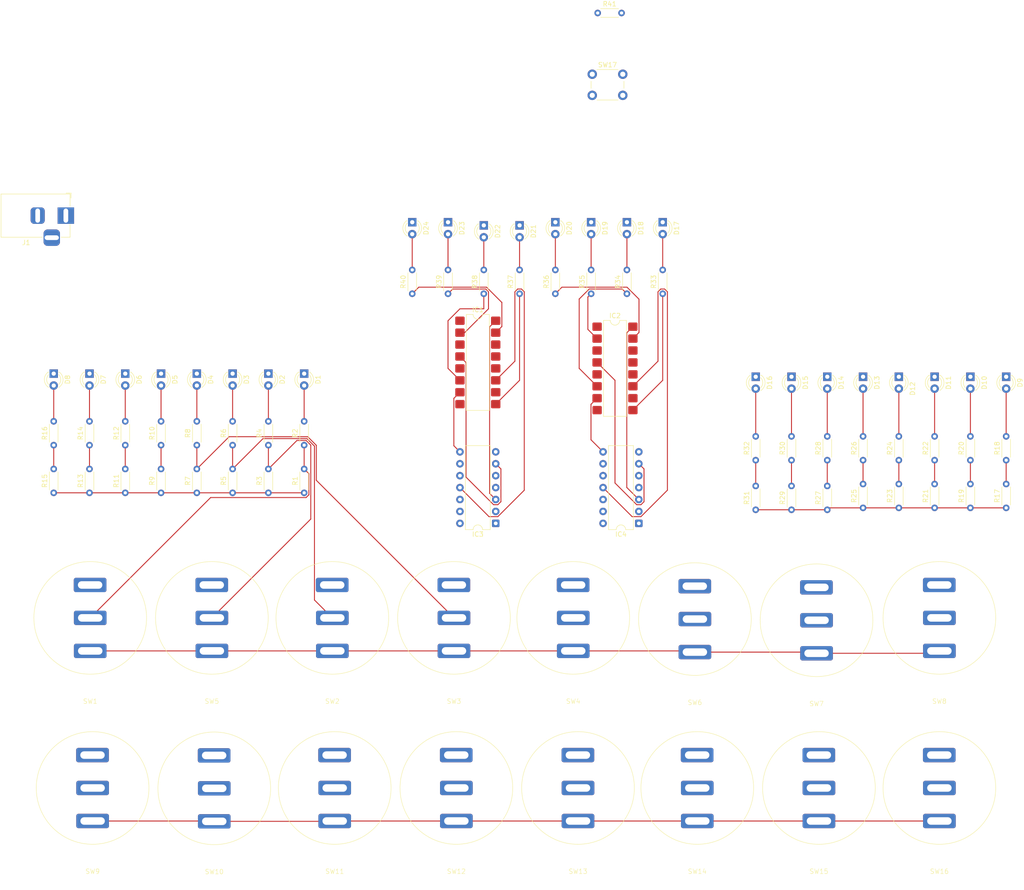
<source format=kicad_pcb>
(kicad_pcb (version 20241229) (generator "pcbnew") (generator_version "9.0")
  (layers (0 "F.Cu" signal) (2 "B.Cu" signal) (13 "F.Paste" user) (15 "B.Paste" user) (5 "F.SilkS" user "F.Silkscreen") (7 "B.SilkS" user "B.Silkscreen") (1 "F.Mask" user) (3 "B.Mask" user) (25 "Edge.Cuts" user))
  (net 0 "")
  (net 1 "GND")
  (net 2 "Net-(D1-A)")
  (net 3 "Net-(D2-A)")
  (net 4 "Net-(D3-A)")
  (net 5 "Net-(D4-A)")
  (net 6 "Net-(D5-A)")
  (net 7 "Net-(D6-A)")
  (net 8 "Net-(D7-A)")
  (net 9 "Net-(D8-A)")
  (net 10 "Net-(D9-A)")
  (net 11 "Net-(D10-A)")
  (net 12 "Net-(D11-A)")
  (net 13 "Net-(D12-A)")
  (net 14 "Net-(D13-A)")
  (net 15 "Net-(D14-A)")
  (net 16 "Net-(D15-A)")
  (net 17 "Net-(D16-A)")
  (net 18 "Net-(D17-A)")
  (net 19 "Net-(D18-A)")
  (net 20 "Net-(D19-A)")
  (net 21 "Net-(D20-A)")
  (net 22 "Net-(D21-A)")
  (net 23 "Net-(D22-A)")
  (net 24 "Net-(D23-A)")
  (net 25 "Net-(D24-A)")
  (net 26 "/A6")
  (net 27 "Net-(IC1-B1)")
  (net 28 "/S4")
  (net 29 "/S5")
  (net 30 "/VCC")
  (net 31 "Net-(IC1-C0)")
  (net 32 "/A5")
  (net 33 "Net-(IC1-B4)")
  (net 35 "/S6")
  (net 36 "Net-(IC1-B2)")
  (net 37 "/S7")
  (net 38 "/A4")
  (net 39 "/A7")
  (net 40 "Net-(IC1-B3)")
  (net 41 "/A3")
  (net 42 "/S2")
  (net 43 "Net-(IC2-B4)")
  (net 44 "Net-(IC2-B1)")
  (net 45 "/A0")
  (net 46 "/A1")
  (net 47 "/S0")
  (net 48 "Net-(IC2-B3)")
  (net 49 "/S1")
  (net 50 "/S3")
  (net 51 "/A2")
  (net 52 "Net-(IC2-B2)")
  (net 53 "/SUB")
  (net 54 "/B5")
  (net 55 "/B7")
  (net 56 "/B6")
  (net 57 "/B4")
  (net 58 "/B3")
  (net 59 "/B1")
  (net 60 "/B2")
  (net 61 "/B0")
  (footprint "Resistor_THT:R_Axial_DIN0204_L3.6mm_D1.6mm_P5.08mm_Horizontal" (layer "F.Cu") (at 123.952 66.132 90)
    (property "Reference" "R37")
    (property "Value" "1k")
  )
  (footprint "Resistor_THT:R_Axial_DIN0204_L3.6mm_D1.6mm_P5.08mm_Horizontal" (layer "F.Cu") (at 70.456 108.556 90)
    (property "Reference" "R3")
    (property "Value" "1K")
  )
  (footprint "Resistor_THT:R_Axial_DIN0204_L3.6mm_D1.6mm_P5.08mm_Horizontal" (layer "F.Cu") (at 227.584 111.76 90)
    (property "Reference" "R17")
    (property "Value" "1K")
  )
  (footprint "LED_THT:LED_D3.0mm" (layer "F.Cu") (at 181.864 83.82 -90)
    (property "Reference" "D15")
    (property "Value" "LED")
  )
  (footprint "Library:SWITCH" (layer "F.Cu") (at 187.198 135.7122)
    (property "Reference" "SW7")
    (property "Value" "SW_SPDT")
  )
  (footprint "LED_THT:LED_D3.0mm" (layer "F.Cu") (at 62.836 83.156 -90)
    (property "Reference" "D3")
    (property "Value" "LED")
  )
  (footprint "Library:SWITCH" (layer "F.Cu") (at 58.42 135.2042)
    (property "Reference" "SW5")
    (property "Value" "SW_SPDT")
  )
  (footprint "Resistor_THT:R_Axial_DIN0204_L3.6mm_D1.6mm_P5.08mm_Horizontal" (layer "F.Cu") (at 212.344 101.6 90)
    (property "Reference" "R22")
    (property "Value" "1K")
  )
  (footprint "Resistor_THT:R_Axial_DIN0204_L3.6mm_D1.6mm_P5.08mm_Horizontal" (layer "F.Cu") (at 197.104 111.76 90)
    (property "Reference" "R25")
    (property "Value" "1K")
  )
  (footprint "LED_THT:LED_D3.0mm" (layer "F.Cu") (at 174.244 83.82 -90)
    (property "Reference" "D16")
    (property "Value" "LED")
  )
  (footprint "LED_THT:LED_D3.0mm" (layer "F.Cu") (at 131.572 50.892 -90)
    (property "Reference" "D20")
    (property "Value" "LED")
  )
  (footprint "Resistor_THT:R_Axial_DIN0204_L3.6mm_D1.6mm_P5.08mm_Horizontal" (layer "F.Cu") (at 78.076 108.556 90)
    (property "Reference" "R1")
    (property "Value" "1K")
  )
  (footprint "LED_THT:LED_D3.0mm" (layer "F.Cu") (at 154.432 50.892 -90)
    (property "Reference" "D17")
    (property "Value" "LED")
  )
  (footprint "LED_THT:LED_D3.0mm" (layer "F.Cu") (at 24.736 83.156 -90)
    (property "Reference" "D8")
    (property "Value" "LED")
  )
  (footprint "Button_Switch_THT:SW_PUSH_6mm" (layer "F.Cu") (at 139.431 19.35605)
    (property "Reference" "SW17")
    (property "Value" "SW_Push")
  )
  (footprint "Package_DIP:DIP-14_W7.62mm" (layer "F.Cu") (at 149.352 115.062 180)
    (property "Reference" "IC4")
    (property "Value" "7486")
  )
  (footprint "Resistor_THT:R_Axial_DIN0204_L3.6mm_D1.6mm_P5.08mm_Horizontal" (layer "F.Cu") (at 116.332 66.132 90)
    (property "Reference" "R38")
    (property "Value" "1k")
  )
  (footprint "LED_THT:LED_D3.0mm" (layer "F.Cu") (at 101.092 50.892 -90)
    (property "Reference" "D24")
    (property "Value" "LED")
  )
  (footprint "Resistor_THT:R_Axial_DIN0204_L3.6mm_D1.6mm_P5.08mm_Horizontal" (layer "F.Cu") (at 146.812 66.132 90)
    (property "Reference" "R34")
    (property "Value" "1k")
  )
  (footprint "Resistor_THT:R_Axial_DIN0204_L3.6mm_D1.6mm_P5.08mm_Horizontal" (layer "F.Cu") (at 204.724 111.76 90)
    (property "Reference" "R23")
    (property "Value" "1K")
  )
  (footprint "Library:SWITCH" (layer "F.Cu") (at 33.02 171.45)
    (property "Reference" "SW9")
    (property "Value" "SW_SPDT")
  )
  (footprint "Package_DIP:SMDIP-16_W7.62mm" (layer "F.Cu") (at 144.272 82.042)
    (property "Reference" "IC2")
    (property "Value" "7483")
  )
  (footprint "Package_DIP:SMDIP-16_W7.62mm" (layer "F.Cu") (at 115.062 80.772)
    (property "Reference" "IC1")
    (property "Value" "7483")
  )
  (footprint "Resistor_THT:R_Axial_DIN0204_L3.6mm_D1.6mm_P5.08mm_Horizontal" (layer "F.Cu") (at 139.192 66.132 90)
    (property "Reference" "R35")
    (property "Value" "1k")
  )
  (footprint "LED_THT:LED_D3.0mm" (layer "F.Cu") (at 39.976 83.156 -90)
    (property "Reference" "D6")
    (property "Value" "LED")
  )
  (footprint "LED_THT:LED_D3.0mm" (layer "F.Cu") (at 70.456 83.156 -90)
    (property "Reference" "D2")
    (property "Value" "LED")
  )
  (footprint "Resistor_THT:R_Axial_DIN0204_L3.6mm_D1.6mm_P5.08mm_Horizontal" (layer "F.Cu") (at 140.591 6.30605)
    (property "Reference" "R41")
    (property "Value" "R")
  )
  (footprint "LED_THT:LED_D3.0mm" (layer "F.Cu") (at 219.964 83.82 -90)
    (property "Reference" "D10")
    (property "Value" "LED")
  )
  (footprint "Resistor_THT:R_Axial_DIN0204_L3.6mm_D1.6mm_P5.08mm_Horizontal" (layer "F.Cu") (at 197.104 101.6 90)
    (property "Reference" "R26")
    (property "Value" "1K")
  )
  (footprint "Resistor_THT:R_Axial_DIN0204_L3.6mm_D1.6mm_P5.08mm_Horizontal" (layer "F.Cu") (at 219.964 101.6 90)
    (property "Reference" "R20")
    (property "Value" "1K")
  )
  (footprint "Library:SWITCH" (layer "F.Cu") (at 32.512 135.2042)
    (property "Reference" "SW1")
    (property "Value" "SW_SPDT")
  )
  (footprint "LED_THT:LED_D3.0mm" (layer "F.Cu") (at 47.596 83.156 -90)
    (property "Reference" "D5")
    (property "Value" "LED")
  )
  (footprint "Library:SWITCH" (layer "F.Cu") (at 109.982 135.2042)
    (property "Reference" "SW3")
    (property "Value" "SW_SPDT")
  )
  (footprint "Library:SWITCH" (layer "F.Cu") (at 161.29 135.4582)
    (property "Reference" "SW6")
    (property "Value" "SW_SPDT")
  )
  (footprint "LED_THT:LED_D3.0mm" (layer "F.Cu") (at 212.344 83.82 -90)
    (property "Reference" "D11")
    (property "Value" "LED")
  )
  (footprint "Library:SWITCH" (layer "F.Cu") (at 58.928 171.5262)
    (property "Reference" "SW10")
    (property "Value" "SW_SPDT")
  )
  (footprint "LED_THT:LED_D3.0mm" (layer "F.Cu") (at 116.332 51.562 -90)
    (property "Reference" "D22")
    (property "Value" "LED")
  )
  (footprint "Resistor_THT:R_Axial_DIN0204_L3.6mm_D1.6mm_P5.08mm_Horizontal" (layer "F.Cu") (at 189.484 112.17 90)
    (property "Reference" "R27")
    (property "Value" "1K")
  )
  (footprint "Resistor_THT:R_Axial_DIN0204_L3.6mm_D1.6mm_P5.08mm_Horizontal" (layer "F.Cu") (at 227.584 101.6 90)
    (property "Reference" "R18")
    (property "Value" "1K")
  )
  (footprint "Library:SWITCH" (layer "F.Cu") (at 187.706 171.45)
    (property "Reference" "SW15")
    (property "Value" "SW_SPDT")
  )
  (footprint "Library:SWITCH" (layer "F.Cu") (at 135.382 135.2042)
    (property "Reference" "SW4")
    (property "Value" "SW_SPDT")
  )
  (footprint "LED_THT:LED_D3.0mm" (layer "F.Cu") (at 123.952 51.562 -90)
    (property "Reference" "D21")
    (property "Value" "LED")
  )
  (footprint "Resistor_THT:R_Axial_DIN0204_L3.6mm_D1.6mm_P5.08mm_Horizontal" (layer "F.Cu") (at 32.356 108.556 90)
    (property "Reference" "R13")
    (property "Value" "1K")
  )
  (footprint "Resistor_THT:R_Axial_DIN0204_L3.6mm_D1.6mm_P5.08mm_Horizontal" (layer "F.Cu") (at 181.864 101.6 90)
    (property "Reference" "R30")
    (property "Value" "1K")
  )
  (footprint "Resistor_THT:R_Axial_DIN0204_L3.6mm_D1.6mm_P5.08mm_Horizontal" (layer "F.Cu") (at 174.244 112.17 90)
    (property "Reference" "R31")
    (property "Value" "1K")
  )
  (footprint "Resistor_THT:R_Axial_DIN0204_L3.6mm_D1.6mm_P5.08mm_Horizontal" (layer "F.Cu") (at 181.864 112.17 90)
    (property "Reference" "R29")
    (property "Value" "1K")
  )
  (footprint "LED_THT:LED_D3.0mm" (layer "F.Cu") (at 108.712 50.892 -90)
    (property "Reference" "D23")
    (property "Value" "LED")
  )
  (footprint "Library:SWITCH" (layer "F.Cu") (at 213.36 171.45)
    (property "Reference" "SW16")
    (property "Value" "SW_SPDT")
  )
  (footprint "Resistor_THT:R_Axial_DIN0204_L3.6mm_D1.6mm_P5.08mm_Horizontal" (layer "F.Cu") (at 174.244 101.6 90)
    (property "Reference" "R32")
    (property "Value" "1K")
  )
  (footprint "Resistor_THT:R_Axial_DIN0204_L3.6mm_D1.6mm_P5.08mm_Horizontal" (layer "F.Cu") (at 212.344 111.76 90)
    (property "Reference" "R21")
    (property "Value" "1K")
  )
  (footprint "LED_THT:LED_D3.0mm" (layer "F.Cu") (at 189.484 83.82 -90)
    (property "Reference" "D14")
    (property "Value" "LED")
  )
  (footprint "Library:SWITCH" (layer "F.Cu") (at 110.49 171.45)
    (property "Reference" "SW12")
    (property "Value" "SW_SPDT")
  )
  (footprint "Resistor_THT:R_Axial_DIN0204_L3.6mm_D1.6mm_P5.08mm_Horizontal" (layer "F.Cu") (at 204.724 101.6 90)
    (property "Reference" "R24")
    (property "Value" "1K")
  )
  (footprint "Resistor_THT:R_Axial_DIN0204_L3.6mm_D1.6mm_P5.08mm_Horizontal" (layer "F.Cu") (at 131.572 66.132 90)
    (property "Reference" "R36")
    (property "Value" "1k")
  )
  (footprint "Library:SWITCH" (layer "F.Cu") (at 84.074 135.2042)
    (property "Reference" "SW2")
    (property "Value" "SW_SPDT")
  )
  (footprint "Library:SWITCH" (layer "F.Cu") (at 136.398 171.45)
    (property "Reference" "SW13")
    (property "Value" "SW_SPDT")
  )
  (footprint "Resistor_THT:R_Axial_DIN0204_L3.6mm_D1.6mm_P5.08mm_Horizontal" (layer "F.Cu") (at 219.964 111.76 90)
    (property "Reference" "R19")
    (property "Value" "1K")
  )
  (footprint "Resistor_THT:R_Axial_DIN0204_L3.6mm_D1.6mm_P5.08mm_Horizontal" (layer "F.Cu") (at 62.836 98.396 90)
    (property "Reference" "R6")
    (property "Value" "1K")
  )
  (footprint "Package_DIP:DIP-14_W7.62mm" (layer "F.Cu") (at 118.872 115.062 180)
    (property "Reference" "IC3")
    (property "Value" "7486")
  )
  (footprint "Connector_BarrelJack:BarrelJack_Horizontal" (layer "F.Cu") (at 27.321 49.48605)
    (property "Reference" "J1")
    (property "Value" "Barrel_Jack")
  )
  (footprint "Resistor_THT:R_Axial_DIN0204_L3.6mm_D1.6mm_P5.08mm_Horizontal" (layer "F.Cu") (at 154.432 66.132 90)
    (property "Reference" "R33")
    (property "Value" "1k")
  )
  (footprint "LED_THT:LED_D3.0mm" (layer "F.Cu") (at 197.104 83.82 -90)
    (property "Reference" "D13")
    (property "Value" "LED")
  )
  (footprint "Resistor_THT:R_Axial_DIN0204_L3.6mm_D1.6mm_P5.08mm_Horizontal" (layer "F.Cu") (at 24.736 108.556 90)
    (property "Reference" "R15")
    (property "Value" "1K")
  )
  (footprint "LED_THT:LED_D3.0mm" (layer "F.Cu") (at 55.216 83.156 -90)
    (property "Reference" "D4")
    (property "Value" "LED")
  )
  (footprint "Resistor_THT:R_Axial_DIN0204_L3.6mm_D1.6mm_P5.08mm_Horizontal" (layer "F.Cu") (at 108.712 66.132 90)
    (property "Reference" "R39")
    (property "Value" "1k")
  )
  (footprint "Library:SWITCH" (layer "F.Cu") (at 84.582 171.45)
    (property "Reference" "SW11")
    (property "Value" "SW_SPDT")
  )
  (footprint "LED_THT:LED_D3.0mm" (layer "F.Cu") (at 204.724 83.82 -90)
    (property "Reference" "D12")
    (property "Value" "LED")
  )
  (footprint "Library:SWITCH" (layer "F.Cu") (at 213.36 135.2042)
    (property "Reference" "SW8")
    (property "Value" "SW_SPDT")
  )
  (footprint "Resistor_THT:R_Axial_DIN0204_L3.6mm_D1.6mm_P5.08mm_Horizontal" (layer "F.Cu") (at 47.596 108.556 90)
    (property "Reference" "R9")
    (property "Value" "1K")
  )
  (footprint "Resistor_THT:R_Axial_DIN0204_L3.6mm_D1.6mm_P5.08mm_Horizontal" (layer "F.Cu") (at 39.976 108.556 90)
    (property "Reference" "R11")
    (property "Value" "1K")
  )
  (footprint "Resistor_THT:R_Axial_DIN0204_L3.6mm_D1.6mm_P5.08mm_Horizontal" (layer "F.Cu") (at 47.596 98.396 90)
    (property "Reference" "R10")
    (property "Value" "1K")
  )
  (footprint "Resistor_THT:R_Axial_DIN0204_L3.6mm_D1.6mm_P5.08mm_Horizontal" (layer "F.Cu") (at 24.736 98.396 90)
    (property "Reference" "R16")
    (property "Value" "1K")
  )
  (footprint "Resistor_THT:R_Axial_DIN0204_L3.6mm_D1.6mm_P5.08mm_Horizontal" (layer "F.Cu") (at 70.456 98.396 90)
    (property "Reference" "R4")
    (property "Value" "1K")
  )
  (footprint "Resistor_THT:R_Axial_DIN0204_L3.6mm_D1.6mm_P5.08mm_Horizontal" (layer "F.Cu") (at 39.976 98.396 90)
    (property "Reference" "R12")
    (property "Value" "1K")
  )
  (footprint "Resistor_THT:R_Axial_DIN0204_L3.6mm_D1.6mm_P5.08mm_Horizontal" (layer "F.Cu") (at 78.076 98.396 90)
    (property "Reference" "R2")
    (property "Value" "1K")
  )
  (footprint "LED_THT:LED_D3.0mm" (layer "F.Cu") (at 32.356 83.156 -90)
    (property "Reference" "D7")
    (property "Value" "LED")
  )
  (footprint "Resistor_THT:R_Axial_DIN0204_L3.6mm_D1.6mm_P5.08mm_Horizontal" (layer "F.Cu") (at 101.092 66.132 90)
    (property "Reference" "R40")
    (property "Value" "1k")
  )
  (footprint "Resistor_THT:R_Axial_DIN0204_L3.6mm_D1.6mm_P5.08mm_Horizontal" (layer "F.Cu") (at 32.356 98.396 90)
    (property "Reference" "R14")
    (property "Value" "1K")
  )
  (footprint "LED_THT:LED_D3.0mm" (layer "F.Cu") (at 139.192 50.892 -90)
    (property "Reference" "D19")
    (property "Value" "LED")
  )
  (footprint "Resistor_THT:R_Axial_DIN0204_L3.6mm_D1.6mm_P5.08mm_Horizontal" (layer "F.Cu") (at 55.216 108.556 90)
    (property "Reference" "R7")
    (property "Value" "1K")
  )
  (footprint "Resistor_THT:R_Axial_DIN0204_L3.6mm_D1.6mm_P5.08mm_Horizontal" (layer "F.Cu") (at 62.836 108.556 90)
    (property "Reference" "R5")
    (property "Value" "1K")
  )
  (footprint "Resistor_THT:R_Axial_DIN0204_L3.6mm_D1.6mm_P5.08mm_Horizontal" (layer "F.Cu") (at 55.216 98.396 90)
    (property "Reference" "R8")
    (property "Value" "1K")
  )
  (footprint "LED_THT:LED_D3.0mm" (layer "F.Cu") (at 146.812 50.892 -90)
    (property "Reference" "D18")
    (property "Value" "LED")
  )
  (footprint "LED_THT:LED_D3.0mm" (layer "F.Cu") (at 227.584 83.82 -90)
    (property "Reference" "D9")
    (property "Value" "LED")
  )
  (footprint "Resistor_THT:R_Axial_DIN0204_L3.6mm_D1.6mm_P5.08mm_Horizontal" (layer "F.Cu") (at 189.484 101.6 90)
    (property "Reference" "R28")
    (property "Value" "1K")
  )
  (footprint "LED_THT:LED_D3.0mm" (layer "F.Cu") (at 78.076 83.156 -90)
    (property "Reference" "D1")
    (property "Value" "LED")
  )
  (footprint "Library:SWITCH" (layer "F.Cu") (at 161.798 171.45)
    (property "Reference" "SW14")
    (property "Value" "SW_SPDT")
  )
  (segment (start 161.29 142.494) (end 186.944 142.494) (width 0.2) (layer "F.Cu") (net 1))
  (segment (start 84.582 178.4858) (end 110.49 178.4858) (width 0.2) (layer "F.Cu") (net 1))
  (segment (start 110.49 178.4858) (end 136.398 178.4858) (width 0.2) (layer "F.Cu") (net 1))
  (segment (start 136.398 178.4858) (end 161.798 178.4858) (width 0.2) (layer "F.Cu") (net 1))
  (segment (start 84.5058 178.562) (end 84.582 178.4858) (width 0.2) (layer "F.Cu") (net 1))
  (segment (start 161.798 178.4858) (end 187.706 178.4858) (width 0.2) (layer "F.Cu") (net 1))
  (segment (start 161.036 142.24) (end 161.29 142.494) (width 0.2) (layer "F.Cu") (net 1))
  (segment (start 186.944 142.494) (end 187.198 142.748) (width 0.2) (layer "F.Cu") (net 1))
  (segment (start 84.074 142.24) (end 109.982 142.24) (width 0.2) (layer "F.Cu") (net 1))
  (segment (start 212.852 142.748) (end 213.36 142.24) (width 0.2) (layer "F.Cu") (net 1))
  (segment (start 187.198 142.748) (end 212.852 142.748) (width 0.2) (layer "F.Cu") (net 1))
  (segment (start 32.512 142.24) (end 58.42 142.24) (width 0.2) (layer "F.Cu") (net 1))
  (segment (start 135.382 142.24) (end 161.036 142.24) (width 0.2) (layer "F.Cu") (net 1))
  (segment (start 109.982 142.24) (end 135.382 142.24) (width 0.2) (layer "F.Cu") (net 1))
  (segment (start 33.02 178.4858) (end 58.8518 178.4858) (width 0.2) (layer "F.Cu") (net 1))
  (segment (start 58.928 178.562) (end 84.5058 178.562) (width 0.2) (layer "F.Cu") (net 1))
  (segment (start 58.8518 178.4858) (end 58.928 178.562) (width 0.2) (layer "F.Cu") (net 1))
  (segment (start 187.706 178.4858) (end 213.36 178.4858) (width 0.2) (layer "F.Cu") (net 1))
  (segment (start 58.42 142.24) (end 84.074 142.24) (width 0.2) (layer "F.Cu") (net 1))
  (segment (start 78.076 93.316) (end 78.076 85.696) (width 0.2) (layer "F.Cu") (net 2))
  (segment (start 70.456 93.316) (end 70.456 85.696) (width 0.2) (layer "F.Cu") (net 3))
  (segment (start 62.836 93.316) (end 62.836 85.696) (width 0.2) (layer "F.Cu") (net 4))
  (segment (start 55.216 93.316) (end 55.216 85.696) (width 0.2) (layer "F.Cu") (net 5))
  (segment (start 47.596 93.316) (end 47.596 85.696) (width 0.2) (layer "F.Cu") (net 6))
  (segment (start 39.976 93.316) (end 39.976 85.696) (width 0.2) (layer "F.Cu") (net 7))
  (segment (start 32.356 93.316) (end 32.356 85.696) (width 0.2) (layer "F.Cu") (net 8))
  (segment (start 24.736 93.316) (end 24.736 85.696) (width 0.2) (layer "F.Cu") (net 9))
  (segment (start 227.584 96.52) (end 227.584 86.36) (width 0.2) (layer "F.Cu") (net 10))
  (segment (start 219.964 96.52) (end 219.964 86.36) (width 0.2) (layer "F.Cu") (net 11))
  (segment (start 212.344 96.52) (end 212.344 86.36) (width 0.2) (layer "F.Cu") (net 12))
  (segment (start 204.724 96.52) (end 204.724 86.36) (width 0.2) (layer "F.Cu") (net 13))
  (segment (start 197.104 96.52) (end 197.104 86.36) (width 0.2) (layer "F.Cu") (net 14))
  (segment (start 189.484 96.52) (end 189.484 86.36) (width 0.2) (layer "F.Cu") (net 15))
  (segment (start 181.864 96.52) (end 181.864 86.36) (width 0.2) (layer "F.Cu") (net 16))
  (segment (start 174.244 96.52) (end 174.244 86.36) (width 0.2) (layer "F.Cu") (net 17))
  (segment (start 154.432 61.052) (end 154.432 53.432) (width 0.2) (layer "F.Cu") (net 18))
  (segment (start 146.812 61.052) (end 146.812 53.432) (width 0.2) (layer "F.Cu") (net 19))
  (segment (start 139.192 61.052) (end 139.192 53.432) (width 0.2) (layer "F.Cu") (net 20))
  (segment (start 131.572 61.052) (end 131.572 53.432) (width 0.2) (layer "F.Cu") (net 21))
  (segment (start 123.952 61.052) (end 123.952 54.102) (width 0.2) (layer "F.Cu") (net 22))
  (segment (start 116.332 61.052) (end 116.332 54.102) (width 0.2) (layer "F.Cu") (net 23))
  (segment (start 108.712 61.052) (end 108.712 53.432) (width 0.2) (layer "F.Cu") (net 24))
  (segment (start 101.092 61.052) (end 101.092 53.432) (width 0.2) (layer "F.Cu") (net 25))
  (segment (start 32.356 103.476) (end 32.356 98.396) (width 0.2) (layer "F.Cu") (net 26))
  (segment (start 124.953 107.99805) (end 124.953 65.717372) (width 0.2) (layer "F.Cu") (net 27))
  (segment (start 123.537372 65.131) (end 122.951 65.717372) (width 0.2) (layer "F.Cu") (net 27))
  (segment (start 117.433 113.623) (end 119.32805 113.623) (width 0.2) (layer "F.Cu") (net 27))
  (segment (start 124.366628 65.131) (end 123.537372 65.131) (width 0.2) (layer "F.Cu") (net 27))
  (segment (start 111.252 107.442) (end 117.433 113.623) (width 0.2) (layer "F.Cu") (net 27))
  (segment (start 119.32805 113.623) (end 124.953 107.99805) (width 0.2) (layer "F.Cu") (net 27))
  (segment (start 124.953 65.717372) (end 124.366628 65.131) (width 0.2) (layer "F.Cu") (net 27))
  (segment (start 122.951 65.717372) (end 122.951 80.503) (width 0.2) (layer "F.Cu") (net 27))
  (segment (start 122.951 80.503) (end 118.872 84.582) (width 0.2) (layer "F.Cu") (net 27))
  (segment (start 123.952 66.132) (end 123.952 84.582) (width 0.2) (layer "F.Cu") (net 28))
  (segment (start 123.952 84.582) (end 118.872 89.662) (width 0.2) (layer "F.Cu") (net 28))
  (segment (start 111.252 69.342) (end 108.712 71.882) (width 0.2) (layer "F.Cu") (net 29))
  (segment (start 116.332 66.132) (end 116.332 69.342) (width 0.2) (layer "F.Cu") (net 29))
  (segment (start 108.712 82.042) (end 111.252 84.582) (width 0.2) (layer "F.Cu") (net 29))
  (segment (start 116.332 69.342) (end 111.252 69.342) (width 0.2) (layer "F.Cu") (net 29))
  (segment (start 108.712 71.882) (end 108.712 82.042) (width 0.2) (layer "F.Cu") (net 29))
  (segment (start 189.894 111.76) (end 189.484 112.17) (width 0.2) (layer "F.Cu") (net 30))
  (segment (start 181.864 112.17) (end 174.244 112.17) (width 0.2) (layer "F.Cu") (net 30))
  (segment (start 55.216 108.556) (end 47.596 108.556) (width 0.2) (layer "F.Cu") (net 30))
  (segment (start 32.356 108.556) (end 24.736 108.556) (width 0.2) (layer "F.Cu") (net 30))
  (segment (start 70.456 108.556) (end 62.836 108.556) (width 0.2) (layer "F.Cu") (net 30))
  (segment (start 39.976 108.556) (end 32.356 108.556) (width 0.2) (layer "F.Cu") (net 30))
  (segment (start 62.836 108.556) (end 55.216 108.556) (width 0.2) (layer "F.Cu") (net 30))
  (segment (start 212.344 111.76) (end 204.724 111.76) (width 0.2) (layer "F.Cu") (net 30))
  (segment (start 227.584 111.76) (end 219.964 111.76) (width 0.2) (layer "F.Cu") (net 30))
  (segment (start 47.596 108.556) (end 39.976 108.556) (width 0.2) (layer "F.Cu") (net 30))
  (segment (start 204.724 111.76) (end 197.104 111.76) (width 0.2) (layer "F.Cu") (net 30))
  (segment (start 78.076 108.556) (end 70.456 108.556) (width 0.2) (layer "F.Cu") (net 30))
  (segment (start 197.104 111.76) (end 189.894 111.76) (width 0.2) (layer "F.Cu") (net 30))
  (segment (start 219.964 111.76) (end 212.344 111.76) (width 0.2) (layer "F.Cu") (net 30))
  (segment (start 189.484 112.17) (end 181.864 112.17) (width 0.2) (layer "F.Cu") (net 30))
  (segment (start 78.486 108.966) (end 78.076 108.556) (width 0.2) (layer "F.Cu") (net 30))
  (segment (start 39.976 103.476) (end 39.976 98.396) (width 0.2) (layer "F.Cu") (net 32))
  (segment (start 117.571 108.681) (end 117.571 73.183) (width 0.2) (layer "F.Cu") (net 33))
  (segment (start 117.571 73.183) (end 118.872 71.882) (width 0.2) (layer "F.Cu") (net 33))
  (segment (start 118.872 109.982) (end 117.571 108.681) (width 0.2) (layer "F.Cu") (net 33))
  (segment (start 116.746628 65.131) (end 117.333 65.717372) (width 0.2) (layer "F.Cu") (net 35))
  (segment (start 112.251999 74.422) (end 111.252 74.422) (width 0.2) (layer "F.Cu") (net 35))
  (segment (start 117.333 65.717372) (end 117.333 69.340999) (width 0.2) (layer "F.Cu") (net 35))
  (segment (start 108.712 66.132) (end 109.713 65.131) (width 0.2) (layer "F.Cu") (net 35))
  (segment (start 109.713 65.131) (end 116.746628 65.131) (width 0.2) (layer "F.Cu") (net 35))
  (segment (start 117.333 69.340999) (end 112.251999 74.422) (width 0.2) (layer "F.Cu") (net 35))
  (segment (start 111.252 99.822) (end 109.951 98.521) (width 0.2) (layer "F.Cu") (net 36))
  (segment (start 109.951 98.521) (end 109.951 88.423) (width 0.2) (layer "F.Cu") (net 36))
  (segment (start 109.951 88.423) (end 111.252 87.122) (width 0.2) (layer "F.Cu") (net 36))
  (segment (start 116.912728 64.73) (end 102.494 64.73) (width 0.2) (layer "F.Cu") (net 37))
  (segment (start 102.494 64.73) (end 101.092 66.132) (width 0.2) (layer "F.Cu") (net 37))
  (segment (start 120.173 73.121) (end 120.173 67.990272) (width 0.2) (layer "F.Cu") (net 37))
  (segment (start 120.173 67.990272) (end 116.912728 64.73) (width 0.2) (layer "F.Cu") (net 37))
  (segment (start 118.872 74.422) (end 120.173 73.121) (width 0.2) (layer "F.Cu") (net 37))
  (segment (start 47.596 103.476) (end 47.596 98.396) (width 0.2) (layer "F.Cu") (net 38))
  (segment (start 24.736 103.476) (end 24.736 98.396) (width 0.2) (layer "F.Cu") (net 39))
  (segment (start 119.32805 111.083) (end 118.41595 111.083) (width 0.2) (layer "F.Cu") (net 40))
  (segment (start 119.973 110.43805) (end 119.32805 111.083) (width 0.2) (layer "F.Cu") (net 40))
  (segment (start 112.553 105.22005) (end 112.553 80.803) (width 0.2) (layer "F.Cu") (net 40))
  (segment (start 119.973 103.463) (end 119.973 110.43805) (width 0.2) (layer "F.Cu") (net 40))
  (segment (start 118.872 102.362) (end 119.973 103.463) (width 0.2) (layer "F.Cu") (net 40))
  (segment (start 112.553 80.803) (end 111.252 79.502) (width 0.2) (layer "F.Cu") (net 40))
  (segment (start 118.41595 111.083) (end 112.553 105.22005) (width 0.2) (layer "F.Cu") (net 40))
  (segment (start 80.665 105.8872) (end 80.665 98.435172) (width 0.2) (layer "F.Cu") (net 41))
  (segment (start 109.982 135.2042) (end 80.665 105.8872) (width 0.2) (layer "F.Cu") (net 41))
  (segment (start 55.216 103.476) (end 55.216 98.396) (width 0.2) (layer "F.Cu") (net 41))
  (segment (start 62.099 96.593) (end 55.216 103.476) (width 0.2) (layer "F.Cu") (net 41))
  (segment (start 78.822828 96.593) (end 62.099 96.593) (width 0.2) (layer "F.Cu") (net 41))
  (segment (start 80.665 98.435172) (end 78.822828 96.593) (width 0.2) (layer "F.Cu") (net 41))
  (segment (start 139.192 66.132) (end 138.492 66.832) (width 0.2) (layer "F.Cu") (net 42))
  (segment (start 138.492 66.832) (end 138.492 73.722) (width 0.2) (layer "F.Cu") (net 42))
  (segment (start 138.492 73.722) (end 140.462 75.692) (width 0.2) (layer "F.Cu") (net 42))
  (segment (start 146.781 74.453) (end 148.082 73.152) (width 0.2) (layer "F.Cu") (net 43))
  (segment (start 149.352 109.982) (end 146.781 107.411) (width 0.2) (layer "F.Cu") (net 43))
  (segment (start 146.781 107.411) (end 146.781 74.453) (width 0.2) (layer "F.Cu") (net 43))
  (segment (start 154.017372 65.131) (end 153.431 65.717372) (width 0.2) (layer "F.Cu") (net 44))
  (segment (start 153.431 65.717372) (end 153.431 80.503) (width 0.2) (layer "F.Cu") (net 44))
  (segment (start 155.433 65.717372) (end 154.846628 65.131) (width 0.2) (layer "F.Cu") (net 44))
  (segment (start 149.80805 113.623) (end 155.433 107.99805) (width 0.2) (layer "F.Cu") (net 44))
  (segment (start 153.431 80.503) (end 148.082 85.852) (width 0.2) (layer "F.Cu") (net 44))
  (segment (start 141.732 107.442) (end 147.913 113.623) (width 0.2) (layer "F.Cu") (net 44))
  (segment (start 154.846628 65.131) (end 154.017372 65.131) (width 0.2) (layer "F.Cu") (net 44))
  (segment (start 155.433 107.99805) (end 155.433 65.717372) (width 0.2) (layer "F.Cu") (net 44))
  (segment (start 147.913 113.623) (end 149.80805 113.623) (width 0.2) (layer "F.Cu") (net 44))
  (segment (start 78.076 103.476) (end 78.076 98.396) (width 0.2) (layer "F.Cu") (net 45))
  (segment (start 58.1592 109.557) (end 78.490628 109.557) (width 0.2) (layer "F.Cu") (net 45))
  (segment (start 79.077 104.477) (end 78.076 103.476) (width 0.2) (layer "F.Cu") (net 45))
  (segment (start 78.490628 109.557) (end 79.077 108.970628) (width 0.2) (layer "F.Cu") (net 45))
  (segment (start 79.077 108.970628) (end 79.077 104.477) (width 0.2) (layer "F.Cu") (net 45))
  (segment (start 32.512 135.2042) (end 58.1592 109.557) (width 0.2) (layer "F.Cu") (net 45))
  (segment (start 79.478 114.1462) (end 79.478 98.382372) (width 0.2) (layer "F.Cu") (net 46))
  (segment (start 76.537 97.395) (end 70.456 103.476) (width 0.2) (layer "F.Cu") (net 46))
  (segment (start 78.490628 97.395) (end 76.537 97.395) (width 0.2) (layer "F.Cu") (net 46))
  (segment (start 58.42 135.2042) (end 79.478 114.1462) (width 0.2) (layer "F.Cu") (net 46))
  (segment (start 70.456 103.476) (end 70.456 98.396) (width 0.2) (layer "F.Cu") (net 46))
  (segment (start 79.478 98.382372) (end 78.490628 97.395) (width 0.2) (layer "F.Cu") (net 46))
  (segment (start 154.432 66.132) (end 154.432 84.582) (width 0.2) (layer "F.Cu") (net 47))
  (segment (start 154.432 84.582) (end 148.082 90.932) (width 0.2) (layer "F.Cu") (net 47))
  (segment (start 148.89595 111.083) (end 144.272 106.45905) (width 0.2) (layer "F.Cu") (net 48))
  (segment (start 144.272 84.582) (end 140.462 80.772) (width 0.2) (layer "F.Cu") (net 48))
  (segment (start 150.453 103.463) (end 150.453 110.43805) (width 0.2) (layer "F.Cu") (net 48))
  (segment (start 149.80805 111.083) (end 148.89595 111.083) (width 0.2) (layer "F.Cu") (net 48))
  (segment (start 149.352 102.362) (end 150.453 103.463) (width 0.2) (layer "F.Cu") (net 48))
  (segment (start 150.453 110.43805) (end 149.80805 111.083) (width 0.2) (layer "F.Cu") (net 48))
  (segment (start 144.272 106.45905) (end 144.272 84.582) (width 0.2) (layer "F.Cu") (net 48))
  (segment (start 136.652 82.042) (end 140.462 85.852) (width 0.2) (layer "F.Cu") (net 49))
  (segment (start 136.652 67.256372) (end 136.652 82.042) (width 0.2) (layer "F.Cu") (net 49))
  (segment (start 145.811 65.131) (end 138.777372 65.131) (width 0.2) (layer "F.Cu") (net 49))
  (segment (start 138.777372 65.131) (end 136.652 67.256372) (width 0.2) (layer "F.Cu") (net 49))
  (segment (start 146.812 66.132) (end 145.811 65.131) (width 0.2) (layer "F.Cu") (net 49))
  (segment (start 146.825628 64.73) (end 149.383 67.287372) (width 0.2) (layer "F.Cu") (net 50))
  (segment (start 131.572 66.132) (end 132.974 64.73) (width 0.2) (layer "F.Cu") (net 50))
  (segment (start 132.974 64.73) (end 146.825628 64.73) (width 0.2) (layer "F.Cu") (net 50))
  (segment (start 149.383 74.391) (end 148.082 75.692) (width 0.2) (layer "F.Cu") (net 50))
  (segment (start 149.383 67.287372) (end 149.383 74.391) (width 0.2) (layer "F.Cu") (net 50))
  (segment (start 62.836 103.476) (end 62.836 98.396) (width 0.2) (layer "F.Cu") (net 51))
  (segment (start 69.318 96.994) (end 62.836 103.476) (width 0.2) (layer "F.Cu") (net 51))
  (segment (start 80.264 98.601272) (end 78.656728 96.994) (width 0.2) (layer "F.Cu") (net 51))
  (segment (start 78.656728 96.994) (end 69.318 96.994) (width 0.2) (layer "F.Cu") (net 51))
  (segment (start 84.074 135.2042) (end 80.264 131.3942) (width 0.2) (layer "F.Cu") (net 51))
  (segment (start 80.264 131.3942) (end 80.264 98.601272) (width 0.2) (layer "F.Cu") (net 51))
  (segment (start 139.161 97.251) (end 139.161 89.693) (width 0.2) (layer "F.Cu") (net 52))
  (segment (start 141.732 99.822) (end 139.161 97.251) (width 0.2) (layer "F.Cu") (net 52))
  (segment (start 139.161 89.693) (end 140.462 88.392) (width 0.2) (layer "F.Cu") (net 52))
  (segment (start 189.484 107.09) (end 189.484 101.6) (width 0.2) (layer "F.Cu") (net 54))
  (segment (start 174.244 107.09) (end 174.244 101.6) (width 0.2) (layer "F.Cu") (net 55))
  (segment (start 181.864 107.09) (end 181.864 101.6) (width 0.2) (layer "F.Cu") (net 56))
  (segment (start 197.104 106.68) (end 197.104 101.6) (width 0.2) (layer "F.Cu") (net 57))
  (segment (start 204.724 106.68) (end 204.724 101.6) (width 0.2) (layer "F.Cu") (net 58))
  (segment (start 219.964 106.68) (end 219.964 101.6) (width 0.2) (layer "F.Cu") (net 59))
  (segment (start 212.344 106.68) (end 212.344 101.6) (width 0.2) (layer "F.Cu") (net 60))
  (segment (start 227.584 106.68) (end 227.584 101.6) (width 0.2) (layer "F.Cu") (net 61))
)
</source>
